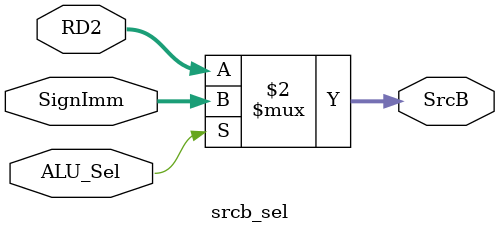
<source format=v>
`timescale 1ns / 1ps
module srcb_sel(
    input [31:0] RD2,
    input [31:0] SignImm,
    input ALU_Sel,
	 
    output [31:0] SrcB
    );

    assign SrcB = (ALU_Sel == 0)?RD2:SignImm;

endmodule

</source>
